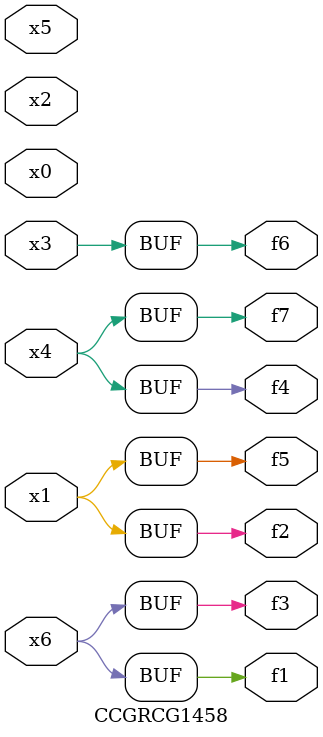
<source format=v>
module CCGRCG1458(
	input x0, x1, x2, x3, x4, x5, x6,
	output f1, f2, f3, f4, f5, f6, f7
);
	assign f1 = x6;
	assign f2 = x1;
	assign f3 = x6;
	assign f4 = x4;
	assign f5 = x1;
	assign f6 = x3;
	assign f7 = x4;
endmodule

</source>
